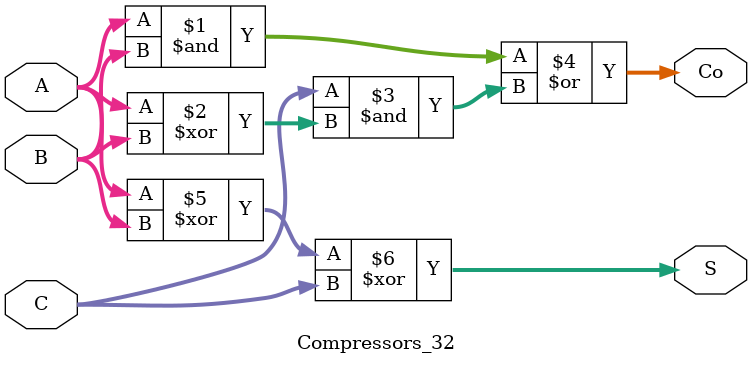
<source format=v>

module Compressors_32 #(
    parameter WIDTH = 64
)
(
    input  [WIDTH-1:0]    A,
    input  [WIDTH-1:0]    B,
    input  [WIDTH-1:0]    C,
    output [WIDTH-1:0]    S,
    output [WIDTH-1:0]    Co
);

    assign Co = A & B | C & (A ^ B);
    assign S = A ^ B ^ C ;

endmodule //Compressors_32




</source>
